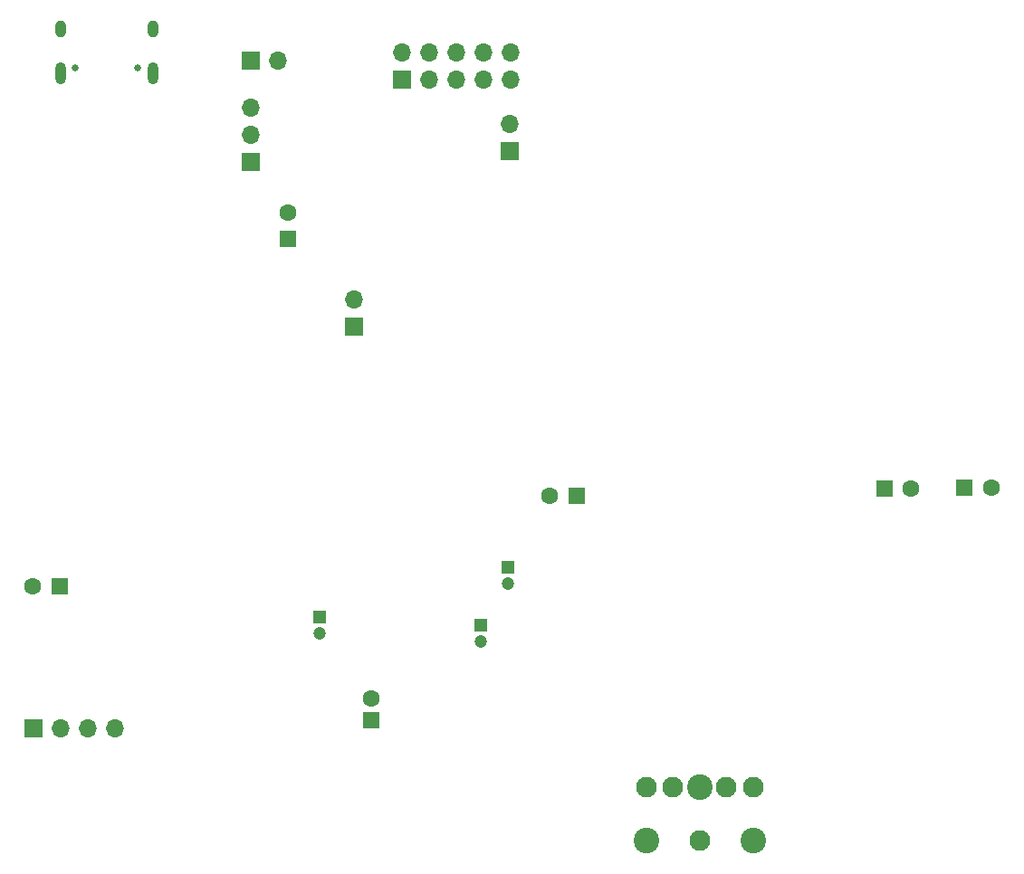
<source format=gbs>
G04 #@! TF.GenerationSoftware,KiCad,Pcbnew,(6.0.0)*
G04 #@! TF.CreationDate,2022-07-02T21:46:00-07:00*
G04 #@! TF.ProjectId,steDAC,73746544-4143-42e6-9b69-6361645f7063,rev?*
G04 #@! TF.SameCoordinates,Original*
G04 #@! TF.FileFunction,Soldermask,Bot*
G04 #@! TF.FilePolarity,Negative*
%FSLAX46Y46*%
G04 Gerber Fmt 4.6, Leading zero omitted, Abs format (unit mm)*
G04 Created by KiCad (PCBNEW (6.0.0)) date 2022-07-02 21:46:00*
%MOMM*%
%LPD*%
G01*
G04 APERTURE LIST*
%ADD10R,1.700000X1.700000*%
%ADD11O,1.700000X1.700000*%
%ADD12R,1.200000X1.200000*%
%ADD13C,1.200000*%
%ADD14C,1.950000*%
%ADD15C,2.400000*%
%ADD16C,0.650000*%
%ADD17O,1.000000X1.600000*%
%ADD18O,1.000000X2.100000*%
%ADD19R,1.600000X1.600000*%
%ADD20C,1.600000*%
G04 APERTURE END LIST*
D10*
X114162500Y-68175000D03*
D11*
X114162500Y-65635000D03*
X114162500Y-63095000D03*
D12*
X135700000Y-111500000D03*
D13*
X135700000Y-113000000D03*
D12*
X120650000Y-110750000D03*
D13*
X120650000Y-112250000D03*
D10*
X128337500Y-60425000D03*
D11*
X128337500Y-57885000D03*
X130877500Y-60425000D03*
X130877500Y-57885000D03*
X133417500Y-60425000D03*
X133417500Y-57885000D03*
X135957500Y-60425000D03*
X135957500Y-57885000D03*
X138497500Y-60425000D03*
X138497500Y-57885000D03*
D10*
X93862500Y-121150000D03*
D11*
X96402500Y-121150000D03*
X98942500Y-121150000D03*
X101482500Y-121150000D03*
D14*
X156162500Y-131650000D03*
X151162500Y-126650000D03*
X153662500Y-126650000D03*
X158662500Y-126650000D03*
X161162500Y-126650000D03*
D15*
X161162500Y-131650000D03*
X151162500Y-131650000D03*
X156162500Y-126650000D03*
D16*
X103577500Y-59365000D03*
X97797500Y-59365000D03*
D17*
X96367500Y-55715000D03*
D18*
X105007500Y-59895000D03*
D17*
X105007500Y-55715000D03*
D18*
X96367500Y-59895000D03*
D10*
X114162500Y-58650000D03*
D11*
X116702500Y-58650000D03*
D19*
X125412500Y-120400000D03*
D20*
X125412500Y-118400000D03*
D10*
X138412500Y-67175000D03*
D11*
X138412500Y-64635000D03*
D19*
X180912500Y-98650000D03*
D20*
X183412500Y-98650000D03*
D19*
X117662500Y-75400000D03*
D20*
X117662500Y-72900000D03*
D19*
X144662500Y-99400000D03*
D20*
X142162500Y-99400000D03*
D19*
X96312500Y-107850000D03*
D20*
X93812500Y-107850000D03*
D19*
X173412500Y-98750000D03*
D20*
X175912500Y-98750000D03*
D12*
X138200000Y-106100000D03*
D13*
X138200000Y-107600000D03*
D10*
X123812500Y-83550000D03*
D11*
X123812500Y-81010000D03*
M02*

</source>
